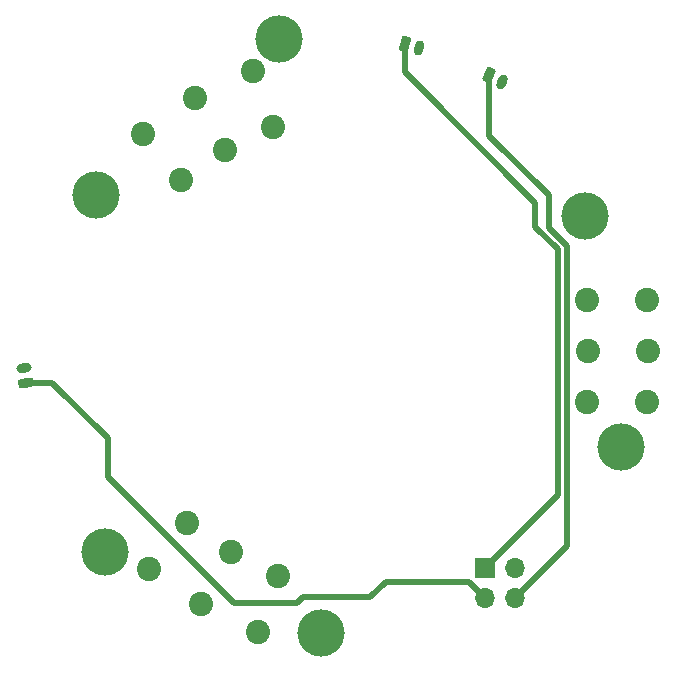
<source format=gbr>
%TF.GenerationSoftware,KiCad,Pcbnew,7.0.6*%
%TF.CreationDate,2023-12-22T17:32:36+03:00*%
%TF.ProjectId,_____ _______,1f3b3042-3020-43e3-913c-3e423e3a2e6b,rev?*%
%TF.SameCoordinates,Original*%
%TF.FileFunction,Copper,L2,Inr*%
%TF.FilePolarity,Positive*%
%FSLAX46Y46*%
G04 Gerber Fmt 4.6, Leading zero omitted, Abs format (unit mm)*
G04 Created by KiCad (PCBNEW 7.0.6) date 2023-12-22 17:32:36*
%MOMM*%
%LPD*%
G01*
G04 APERTURE LIST*
G04 Aperture macros list*
%AMRoundRect*
0 Rectangle with rounded corners*
0 $1 Rounding radius*
0 $2 $3 $4 $5 $6 $7 $8 $9 X,Y pos of 4 corners*
0 Add a 4 corners polygon primitive as box body*
4,1,4,$2,$3,$4,$5,$6,$7,$8,$9,$2,$3,0*
0 Add four circle primitives for the rounded corners*
1,1,$1+$1,$2,$3*
1,1,$1+$1,$4,$5*
1,1,$1+$1,$6,$7*
1,1,$1+$1,$8,$9*
0 Add four rect primitives between the rounded corners*
20,1,$1+$1,$2,$3,$4,$5,0*
20,1,$1+$1,$4,$5,$6,$7,0*
20,1,$1+$1,$6,$7,$8,$9,0*
20,1,$1+$1,$8,$9,$2,$3,0*%
%AMHorizOval*
0 Thick line with rounded ends*
0 $1 width*
0 $2 $3 position (X,Y) of the first rounded end (center of the circle)*
0 $4 $5 position (X,Y) of the second rounded end (center of the circle)*
0 Add line between two ends*
20,1,$1,$2,$3,$4,$5,0*
0 Add two circle primitives to create the rounded ends*
1,1,$1,$2,$3*
1,1,$1,$4,$5*%
G04 Aperture macros list end*
%TA.AperFunction,ComponentPad*%
%ADD10RoundRect,0.200000X0.477893X-0.118820X0.408434X0.275103X-0.477893X0.118820X-0.408434X-0.275103X0*%
%TD*%
%TA.AperFunction,ComponentPad*%
%ADD11HorizOval,0.800000X0.246202X0.043412X-0.246202X-0.043412X0*%
%TD*%
%TA.AperFunction,ComponentPad*%
%ADD12C,4.000000*%
%TD*%
%TA.AperFunction,ComponentPad*%
%ADD13RoundRect,0.200000X-0.309654X-0.382903X0.076717X-0.486430X0.309654X0.382903X-0.076717X0.486430X0*%
%TD*%
%TA.AperFunction,ComponentPad*%
%ADD14HorizOval,0.800000X-0.064705X-0.241481X0.064705X0.241481X0*%
%TD*%
%TA.AperFunction,ComponentPad*%
%ADD15RoundRect,0.200000X-0.371440X-0.323315X-0.008917X-0.492362X0.371440X0.323315X0.008917X0.492362X0*%
%TD*%
%TA.AperFunction,ComponentPad*%
%ADD16HorizOval,0.800000X-0.105655X-0.226577X0.105655X0.226577X0*%
%TD*%
%TA.AperFunction,ComponentPad*%
%ADD17C,2.055000*%
%TD*%
%TA.AperFunction,ComponentPad*%
%ADD18R,1.700000X1.700000*%
%TD*%
%TA.AperFunction,ComponentPad*%
%ADD19O,1.700000X1.700000*%
%TD*%
%TA.AperFunction,Conductor*%
%ADD20C,0.500000*%
%TD*%
G04 APERTURE END LIST*
D10*
%TO.N,PTC_Coil_C*%
%TO.C,J19*%
X57108357Y-98911293D03*
D11*
%TO.N,GNDA*%
X56891297Y-97680283D03*
%TD*%
D12*
%TO.N,B_OUT*%
%TO.C,J7*%
X62992000Y-83058000D03*
%TD*%
D13*
%TO.N,PTC_Coil_A*%
%TO.C,J14*%
X89168894Y-70242942D03*
D14*
%TO.N,GNDA*%
X90376301Y-70566466D03*
%TD*%
D12*
%TO.N,A_OUT*%
%TO.C,J17*%
X104394000Y-84836000D03*
%TD*%
%TO.N,B_OUT*%
%TO.C,J15*%
X78486000Y-69850000D03*
%TD*%
%TO.N,C_OUT*%
%TO.C,J6*%
X82042000Y-120142000D03*
%TD*%
%TO.N,C_OUT*%
%TO.C,J5*%
X63754000Y-113284000D03*
%TD*%
D15*
%TO.N,PTC_Coil_B*%
%TO.C,J16*%
X96280894Y-72891413D03*
D16*
%TO.N,GNDA*%
X97413779Y-73419686D03*
%TD*%
D12*
%TO.N,A_OUT*%
%TO.C,J18*%
X107442000Y-104394000D03*
%TD*%
D17*
%TO.N,B_OUT*%
%TO.C,J13*%
X76292270Y-72535673D03*
X78029732Y-77309312D03*
%TD*%
%TO.N,A_OUT*%
%TO.C,J11*%
X109692000Y-91948000D03*
X104612000Y-91948000D03*
%TD*%
%TO.N,B_OUT*%
%TO.C,J10*%
X71410000Y-74842886D03*
X73950000Y-79242295D03*
%TD*%
%TO.N,C_OUT*%
%TO.C,J9*%
X71918000Y-117689114D03*
X74458000Y-113289705D03*
%TD*%
%TO.N,A_OUT*%
%TO.C,J1*%
X109692000Y-100584000D03*
X104612000Y-100584000D03*
%TD*%
D18*
%TO.N,PTC_Coil_A*%
%TO.C,J4*%
X95960000Y-114574000D03*
D19*
%TO.N,GNDA*%
X98500000Y-114574000D03*
%TO.N,PTC_Coil_C*%
X95960000Y-117114000D03*
%TO.N,PTC_Coil_B*%
X98500000Y-117114000D03*
%TD*%
D17*
%TO.N,A_OUT*%
%TO.C,J8*%
X104648109Y-96266000D03*
X109728109Y-96266000D03*
%TD*%
%TO.N,C_OUT*%
%TO.C,J2*%
X76692909Y-120052617D03*
X78430371Y-115278978D03*
%TD*%
%TO.N,B_OUT*%
%TO.C,J3*%
X66957456Y-77832800D03*
X70222817Y-81724306D03*
%TD*%
%TO.N,C_OUT*%
%TO.C,J12*%
X67465456Y-114699200D03*
X70730817Y-110807694D03*
%TD*%
D20*
%TO.N,PTC_Coil_A*%
X89916000Y-73406000D02*
X100216025Y-83706025D01*
X102108000Y-87603950D02*
X102108000Y-108426000D01*
X89168894Y-70242942D02*
X89168894Y-72644000D01*
X89168894Y-72644000D02*
X89916000Y-73391106D01*
X100216025Y-85711975D02*
X102108000Y-87603950D01*
X89916000Y-73406000D02*
X89916000Y-73391106D01*
X100216025Y-83706025D02*
X100216025Y-85711975D01*
X102108000Y-108426000D02*
X95960000Y-114574000D01*
%TO.N,PTC_Coil_B*%
X102870000Y-112744000D02*
X102870000Y-87376000D01*
X101346000Y-83058000D02*
X96280894Y-77992894D01*
X98500000Y-117114000D02*
X102870000Y-112744000D01*
X101346000Y-85852000D02*
X101346000Y-83058000D01*
X96280894Y-77992894D02*
X96280894Y-72891413D01*
X102870000Y-87376000D02*
X101346000Y-85852000D01*
%TO.N,PTC_Coil_C*%
X94602000Y-115756000D02*
X87522152Y-115756000D01*
X86184152Y-117094000D02*
X80518000Y-117094000D01*
X95960000Y-117114000D02*
X94602000Y-115756000D01*
X80010000Y-117602000D02*
X74676000Y-117602000D01*
X80518000Y-117094000D02*
X80010000Y-117602000D01*
X64008000Y-103632000D02*
X59287293Y-98911293D01*
X64008000Y-106934000D02*
X64008000Y-103632000D01*
X74676000Y-117602000D02*
X64008000Y-106934000D01*
X59287293Y-98911293D02*
X57108357Y-98911293D01*
X87522152Y-115756000D02*
X86184152Y-117094000D01*
%TD*%
M02*

</source>
